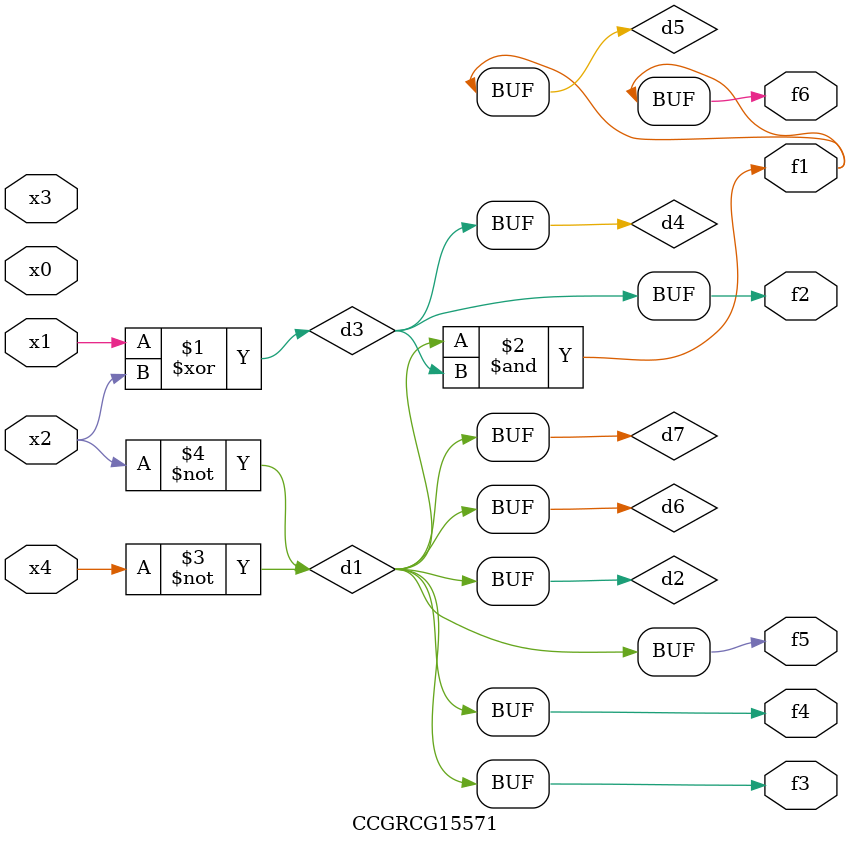
<source format=v>
module CCGRCG15571(
	input x0, x1, x2, x3, x4,
	output f1, f2, f3, f4, f5, f6
);

	wire d1, d2, d3, d4, d5, d6, d7;

	not (d1, x4);
	not (d2, x2);
	xor (d3, x1, x2);
	buf (d4, d3);
	and (d5, d1, d3);
	buf (d6, d1, d2);
	buf (d7, d2);
	assign f1 = d5;
	assign f2 = d4;
	assign f3 = d7;
	assign f4 = d7;
	assign f5 = d7;
	assign f6 = d5;
endmodule

</source>
